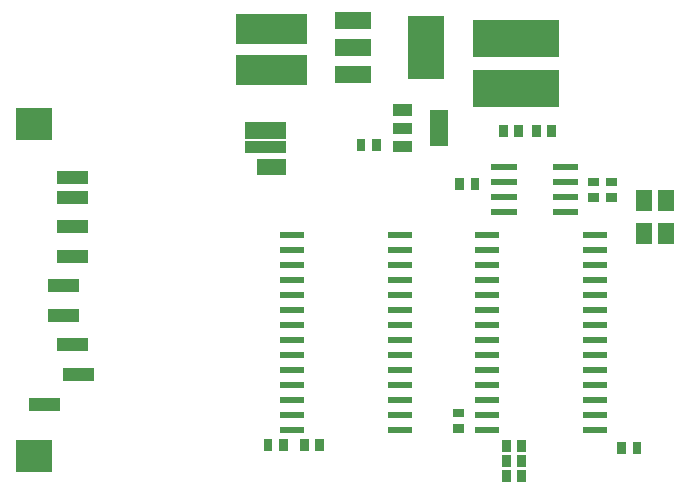
<source format=gbr>
G04 start of page 10 for group -4015 idx -4015 *
G04 Title: (unknown), toppaste *
G04 Creator: pcb 20091103 *
G04 CreationDate: Mon 30 Aug 2010 13:37:24 GMT UTC *
G04 For: thomas *
G04 Format: Gerber/RS-274X *
G04 PCB-Dimensions: 600000 500000 *
G04 PCB-Coordinate-Origin: lower left *
%MOIN*%
%FSLAX25Y25*%
%LNFRONTPASTE*%
%ADD18R,0.0370X0.0370*%
%ADD19R,0.1063X0.1063*%
%ADD20R,0.0433X0.0433*%
%ADD21R,0.0200X0.0200*%
%ADD22R,0.0295X0.0295*%
%ADD23R,0.0510X0.0510*%
%ADD24R,0.0560X0.0560*%
%ADD25R,0.0394X0.0394*%
%ADD26R,0.0551X0.0551*%
%ADD27R,0.0990X0.0990*%
%ADD28R,0.1230X0.1230*%
%ADD29R,0.0610X0.0610*%
%ADD30R,0.1220X0.1220*%
G54D22*X188441Y441492D02*Y440508D01*
X193559Y441492D02*Y440508D01*
X199441Y441492D02*Y440508D01*
X204559Y441492D02*Y440508D01*
G54D23*X235300Y419000D02*Y417000D01*
X242700Y419000D02*Y417000D01*
G54D22*X194559Y336492D02*Y335508D01*
X189441Y336492D02*Y335508D01*
X224000Y419000D02*X224984D01*
X224000Y424118D02*X224984D01*
X173882Y423984D02*Y423000D01*
X179000Y423984D02*Y423000D01*
G54D21*X115133Y406595D02*X121133D01*
X115133Y401595D02*X121133D01*
X115133Y396595D02*X121133D01*
X115133Y391595D02*X121133D01*
X115133Y386595D02*X121133D01*
X115133Y381595D02*X121133D01*
X115133Y376595D02*X121133D01*
X115133Y371595D02*X121133D01*
X115133Y366595D02*X121133D01*
X115133Y361595D02*X121133D01*
X115133Y356595D02*X121133D01*
X115133Y351595D02*X121133D01*
X115133Y346595D02*X121133D01*
X115133Y341595D02*X121133D01*
X151133D02*X157133D01*
X151133Y346595D02*X157133D01*
X151133Y351595D02*X157133D01*
X151133Y356595D02*X157133D01*
X151133Y361595D02*X157133D01*
X151133Y366595D02*X157133D01*
X151133Y371595D02*X157133D01*
X151133Y376595D02*X157133D01*
X151133Y381595D02*X157133D01*
X151133Y386595D02*X157133D01*
X151133Y391595D02*X157133D01*
X151133Y396595D02*X157133D01*
X151133Y401595D02*X157133D01*
X151133Y406595D02*X157133D01*
G54D22*X189441Y331492D02*Y330508D01*
X194559Y331492D02*Y330508D01*
X173016Y347118D02*X174000D01*
X173016Y342000D02*X174000D01*
G54D21*X185500Y429000D02*X192000D01*
X185500Y424000D02*X192000D01*
X185500Y419000D02*X192000D01*
X185500Y414000D02*X192000D01*
X206000D02*X212500D01*
X206000Y419000D02*X212500D01*
X206000Y424000D02*X212500D01*
X206000Y429000D02*X212500D01*
G54D22*X189441Y326492D02*Y325508D01*
X194559Y326492D02*Y325508D01*
X227882Y335984D02*Y335000D01*
X233000Y335984D02*Y335000D01*
G54D27*X104400Y461400D02*X118000D01*
X104400Y475000D02*X118000D01*
G54D22*X110000Y336984D02*Y336000D01*
X115118Y336984D02*Y336000D01*
X217984Y419000D02*X218968D01*
X217984Y424118D02*X218968D01*
G54D25*X104297Y435734D02*X114139D01*
G54D26*X105085Y441245D02*X113353D01*
X109023Y429040D02*X113354D01*
G54D20*X32449Y350102D02*X38551D01*
G54D19*X31464Y443410D02*X32645D01*
G54D20*X41898Y419000D02*X48000D01*
X41898Y425496D02*X48000D01*
X41898Y409157D02*X48000D01*
X41898Y399315D02*X48000D01*
G54D19*X31464Y332780D02*X32645D01*
G54D20*X43670Y359944D02*X49772D01*
X41898Y369787D02*X48000D01*
X38749Y379630D02*X44851D01*
X38749Y389472D02*X44851D01*
G54D22*X127236Y337000D02*Y336016D01*
X122118Y337000D02*Y336016D01*
G54D24*X135000Y478000D02*X141600D01*
X135000Y469000D02*X141600D01*
X135000Y459900D02*X141600D01*
G54D30*X162700Y473500D02*Y464500D01*
G54D18*X153600Y448100D02*X156000D01*
X153600Y442000D02*X156000D01*
X153600Y435900D02*X156000D01*
G54D29*X167000Y445000D02*Y439000D01*
G54D28*X184400Y472000D02*X201000D01*
X184400Y455400D02*X201000D01*
G54D22*X146118Y436984D02*Y436000D01*
X141000Y436984D02*Y436000D01*
G54D21*X216133Y341595D02*X222133D01*
X216133Y346595D02*X222133D01*
X216133Y351595D02*X222133D01*
X216133Y356595D02*X222133D01*
X216133Y361595D02*X222133D01*
X216133Y366595D02*X222133D01*
X216133Y371595D02*X222133D01*
X216133Y376595D02*X222133D01*
X216133Y381595D02*X222133D01*
X216133Y386595D02*X222133D01*
X216133Y391595D02*X222133D01*
X216133Y396595D02*X222133D01*
X216133Y401595D02*X222133D01*
X216133Y406595D02*X222133D01*
X180133D02*X186133D01*
X180133Y401595D02*X186133D01*
X180133Y396595D02*X186133D01*
X180133Y391595D02*X186133D01*
X180133Y386595D02*X186133D01*
X180133Y381595D02*X186133D01*
X180133Y376595D02*X186133D01*
X180133Y371595D02*X186133D01*
X180133Y366595D02*X186133D01*
X180133Y361595D02*X186133D01*
X180133Y356595D02*X186133D01*
X180133Y351595D02*X186133D01*
X180133Y346595D02*X186133D01*
X180133Y341595D02*X186133D01*
G54D23*X242700Y408000D02*Y406000D01*
X235300Y408000D02*Y406000D01*
M02*

</source>
